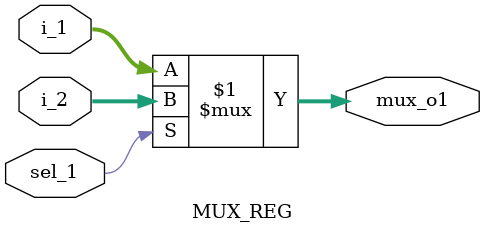
<source format=v>
`timescale 1ns / 1ps


  `define WIDTH_MUX 5
module MUX_REG(i_1, i_2, sel_1  , mux_o1 );
input [`WIDTH_MUX-1:0] i_1 ,i_2 ;
input sel_1 ;
output [`WIDTH_MUX-1:0] mux_o1 ;
///output selects if sel_1 = 1 , then instr .. 15-11 rd[for R-TYPE instr..] else instr.. 20-16 rt(for I-type instr..]
assign mux_o1 = sel_1?i_2 :i_1 ; 
endmodule  
    

</source>
